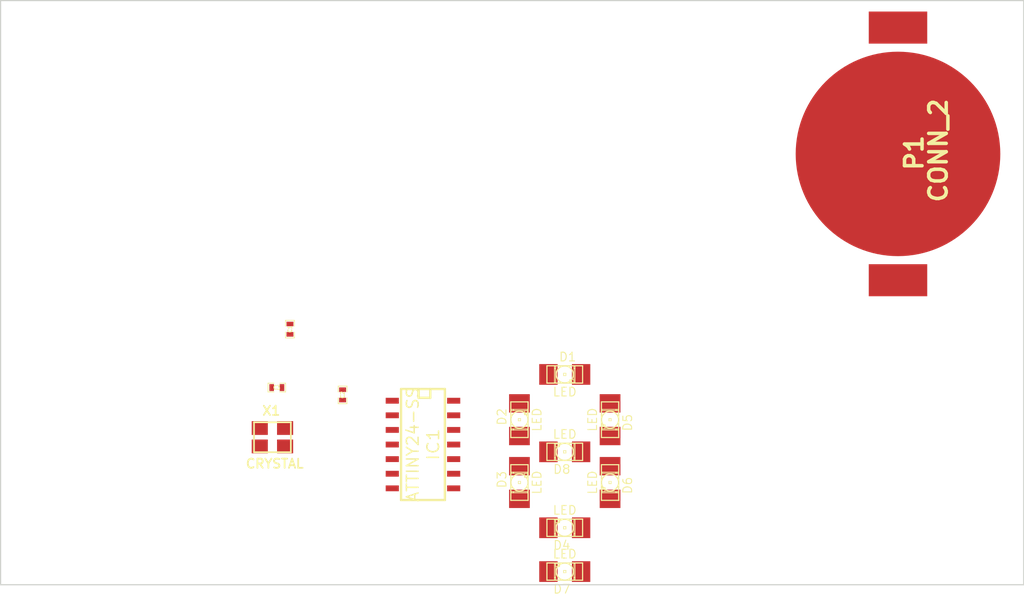
<source format=kicad_pcb>
(kicad_pcb (version 3) (host pcbnew "(2013-07-14 BZR 4242)-stable")

  (general
    (links 27)
    (no_connects 27)
    (area 114.757999 71.069999 203.758001 121.970001)
    (thickness 1.6)
    (drawings 4)
    (tracks 0)
    (zones 0)
    (modules 14)
    (nets 15)
  )

  (page A4)
  (layers
    (15 F.Cu signal)
    (0 B.Cu signal)
    (16 B.Adhes user)
    (17 F.Adhes user)
    (18 B.Paste user)
    (19 F.Paste user)
    (20 B.SilkS user)
    (21 F.SilkS user)
    (22 B.Mask user)
    (23 F.Mask user)
    (24 Dwgs.User user)
    (25 Cmts.User user)
    (26 Eco1.User user)
    (27 Eco2.User user)
    (28 Edge.Cuts user)
  )

  (setup
    (last_trace_width 0.254)
    (trace_clearance 0.254)
    (zone_clearance 0.508)
    (zone_45_only no)
    (trace_min 0.254)
    (segment_width 0.2)
    (edge_width 0.1)
    (via_size 0.889)
    (via_drill 0.635)
    (via_min_size 0.889)
    (via_min_drill 0.508)
    (uvia_size 0.508)
    (uvia_drill 0.127)
    (uvias_allowed no)
    (uvia_min_size 0.508)
    (uvia_min_drill 0.127)
    (pcb_text_width 0.3)
    (pcb_text_size 1.5 1.5)
    (mod_edge_width 0.15)
    (mod_text_size 1 1)
    (mod_text_width 0.15)
    (pad_size 1.5 1.5)
    (pad_drill 0.6)
    (pad_to_mask_clearance 0)
    (aux_axis_origin 0 0)
    (visible_elements FFFFFF7F)
    (pcbplotparams
      (layerselection 3178497)
      (usegerberextensions true)
      (excludeedgelayer true)
      (linewidth 0.150000)
      (plotframeref false)
      (viasonmask false)
      (mode 1)
      (useauxorigin false)
      (hpglpennumber 1)
      (hpglpenspeed 20)
      (hpglpendiameter 15)
      (hpglpenoverlay 2)
      (psnegative false)
      (psa4output false)
      (plotreference true)
      (plotvalue true)
      (plotothertext true)
      (plotinvisibletext false)
      (padsonsilk false)
      (subtractmaskfromsilk false)
      (outputformat 1)
      (mirror false)
      (drillshape 1)
      (scaleselection 1)
      (outputdirectory ""))
  )

  (net 0 "")
  (net 1 BNK0_I)
  (net 2 BNK0_O)
  (net 3 BNK2_I)
  (net 4 BNK2_O)
  (net 5 GND)
  (net 6 N-0000010)
  (net 7 N-0000011)
  (net 8 N-0000012)
  (net 9 N-0000013)
  (net 10 N-0000014)
  (net 11 N-000007)
  (net 12 N-000008)
  (net 13 N-000009)
  (net 14 VCC)

  (net_class Default "This is the default net class."
    (clearance 0.254)
    (trace_width 0.254)
    (via_dia 0.889)
    (via_drill 0.635)
    (uvia_dia 0.508)
    (uvia_drill 0.127)
    (add_net "")
    (add_net BNK0_I)
    (add_net BNK0_O)
    (add_net BNK2_I)
    (add_net BNK2_O)
    (add_net GND)
    (add_net N-0000010)
    (add_net N-0000011)
    (add_net N-0000012)
    (add_net N-0000013)
    (add_net N-0000014)
    (add_net N-000007)
    (add_net N-000008)
    (add_net N-000009)
    (add_net VCC)
  )

  (module SM0402 (layer F.Cu) (tedit 50A4E0BA) (tstamp 523D7CE6)
    (at 139.954 99.695 90)
    (path /523D7056)
    (attr smd)
    (fp_text reference C1 (at 0 0 90) (layer F.SilkS)
      (effects (font (size 0.35052 0.3048) (thickness 0.07112)))
    )
    (fp_text value C (at 0.09906 0 90) (layer F.SilkS) hide
      (effects (font (size 0.35052 0.3048) (thickness 0.07112)))
    )
    (fp_line (start -0.254 -0.381) (end -0.762 -0.381) (layer F.SilkS) (width 0.07112))
    (fp_line (start -0.762 -0.381) (end -0.762 0.381) (layer F.SilkS) (width 0.07112))
    (fp_line (start -0.762 0.381) (end -0.254 0.381) (layer F.SilkS) (width 0.07112))
    (fp_line (start 0.254 -0.381) (end 0.762 -0.381) (layer F.SilkS) (width 0.07112))
    (fp_line (start 0.762 -0.381) (end 0.762 0.381) (layer F.SilkS) (width 0.07112))
    (fp_line (start 0.762 0.381) (end 0.254 0.381) (layer F.SilkS) (width 0.07112))
    (pad 1 smd rect (at -0.44958 0 90) (size 0.39878 0.59944)
      (layers F.Cu F.Paste F.Mask)
      (net 14 VCC)
    )
    (pad 2 smd rect (at 0.44958 0 90) (size 0.39878 0.59944)
      (layers F.Cu F.Paste F.Mask)
      (net 5 GND)
    )
    (model smd\chip_cms.wrl
      (at (xyz 0 0 0.002))
      (scale (xyz 0.05 0.05 0.05))
      (rotate (xyz 0 0 0))
    )
  )

  (module SM0402 (layer F.Cu) (tedit 50A4E0BA) (tstamp 523D7CF2)
    (at 144.526 105.41 270)
    (path /523D6A66)
    (attr smd)
    (fp_text reference C2 (at 0 0 270) (layer F.SilkS)
      (effects (font (size 0.35052 0.3048) (thickness 0.07112)))
    )
    (fp_text value C (at 0.09906 0 270) (layer F.SilkS) hide
      (effects (font (size 0.35052 0.3048) (thickness 0.07112)))
    )
    (fp_line (start -0.254 -0.381) (end -0.762 -0.381) (layer F.SilkS) (width 0.07112))
    (fp_line (start -0.762 -0.381) (end -0.762 0.381) (layer F.SilkS) (width 0.07112))
    (fp_line (start -0.762 0.381) (end -0.254 0.381) (layer F.SilkS) (width 0.07112))
    (fp_line (start 0.254 -0.381) (end 0.762 -0.381) (layer F.SilkS) (width 0.07112))
    (fp_line (start 0.762 -0.381) (end 0.762 0.381) (layer F.SilkS) (width 0.07112))
    (fp_line (start 0.762 0.381) (end 0.254 0.381) (layer F.SilkS) (width 0.07112))
    (pad 1 smd rect (at -0.44958 0 270) (size 0.39878 0.59944)
      (layers F.Cu F.Paste F.Mask)
      (net 10 N-0000014)
    )
    (pad 2 smd rect (at 0.44958 0 270) (size 0.39878 0.59944)
      (layers F.Cu F.Paste F.Mask)
      (net 5 GND)
    )
    (model smd\chip_cms.wrl
      (at (xyz 0 0 0.002))
      (scale (xyz 0.05 0.05 0.05))
      (rotate (xyz 0 0 0))
    )
  )

  (module SM0402 (layer F.Cu) (tedit 50A4E0BA) (tstamp 523D7CFE)
    (at 138.811 104.775)
    (path /523D6A73)
    (attr smd)
    (fp_text reference C3 (at 0 0) (layer F.SilkS)
      (effects (font (size 0.35052 0.3048) (thickness 0.07112)))
    )
    (fp_text value C (at 0.09906 0) (layer F.SilkS) hide
      (effects (font (size 0.35052 0.3048) (thickness 0.07112)))
    )
    (fp_line (start -0.254 -0.381) (end -0.762 -0.381) (layer F.SilkS) (width 0.07112))
    (fp_line (start -0.762 -0.381) (end -0.762 0.381) (layer F.SilkS) (width 0.07112))
    (fp_line (start -0.762 0.381) (end -0.254 0.381) (layer F.SilkS) (width 0.07112))
    (fp_line (start 0.254 -0.381) (end 0.762 -0.381) (layer F.SilkS) (width 0.07112))
    (fp_line (start 0.762 -0.381) (end 0.762 0.381) (layer F.SilkS) (width 0.07112))
    (fp_line (start 0.762 0.381) (end 0.254 0.381) (layer F.SilkS) (width 0.07112))
    (pad 1 smd rect (at -0.44958 0) (size 0.39878 0.59944)
      (layers F.Cu F.Paste F.Mask)
      (net 11 N-000007)
    )
    (pad 2 smd rect (at 0.44958 0) (size 0.39878 0.59944)
      (layers F.Cu F.Paste F.Mask)
      (net 5 GND)
    )
    (model smd\chip_cms.wrl
      (at (xyz 0 0 0.002))
      (scale (xyz 0.05 0.05 0.05))
      (rotate (xyz 0 0 0))
    )
  )

  (module LED-1206 (layer F.Cu) (tedit 49BFA1FF) (tstamp 523D7D28)
    (at 163.83 103.632)
    (descr "LED 1206 smd package")
    (tags "LED1206 SMD")
    (path /523D6696)
    (attr smd)
    (fp_text reference D1 (at 0.254 -1.524) (layer F.SilkS)
      (effects (font (size 0.762 0.762) (thickness 0.0889)))
    )
    (fp_text value LED (at 0 1.524) (layer F.SilkS)
      (effects (font (size 0.762 0.762) (thickness 0.0889)))
    )
    (fp_line (start -0.09906 0.09906) (end 0.09906 0.09906) (layer F.SilkS) (width 0.06604))
    (fp_line (start 0.09906 0.09906) (end 0.09906 -0.09906) (layer F.SilkS) (width 0.06604))
    (fp_line (start -0.09906 -0.09906) (end 0.09906 -0.09906) (layer F.SilkS) (width 0.06604))
    (fp_line (start -0.09906 0.09906) (end -0.09906 -0.09906) (layer F.SilkS) (width 0.06604))
    (fp_line (start 0.44958 0.6985) (end 0.79756 0.6985) (layer F.SilkS) (width 0.06604))
    (fp_line (start 0.79756 0.6985) (end 0.79756 0.44958) (layer F.SilkS) (width 0.06604))
    (fp_line (start 0.44958 0.44958) (end 0.79756 0.44958) (layer F.SilkS) (width 0.06604))
    (fp_line (start 0.44958 0.6985) (end 0.44958 0.44958) (layer F.SilkS) (width 0.06604))
    (fp_line (start 0.79756 0.6985) (end 0.89916 0.6985) (layer F.SilkS) (width 0.06604))
    (fp_line (start 0.89916 0.6985) (end 0.89916 -0.49784) (layer F.SilkS) (width 0.06604))
    (fp_line (start 0.79756 -0.49784) (end 0.89916 -0.49784) (layer F.SilkS) (width 0.06604))
    (fp_line (start 0.79756 0.6985) (end 0.79756 -0.49784) (layer F.SilkS) (width 0.06604))
    (fp_line (start 0.79756 -0.54864) (end 0.89916 -0.54864) (layer F.SilkS) (width 0.06604))
    (fp_line (start 0.89916 -0.54864) (end 0.89916 -0.6985) (layer F.SilkS) (width 0.06604))
    (fp_line (start 0.79756 -0.6985) (end 0.89916 -0.6985) (layer F.SilkS) (width 0.06604))
    (fp_line (start 0.79756 -0.54864) (end 0.79756 -0.6985) (layer F.SilkS) (width 0.06604))
    (fp_line (start -0.89916 0.6985) (end -0.79756 0.6985) (layer F.SilkS) (width 0.06604))
    (fp_line (start -0.79756 0.6985) (end -0.79756 -0.49784) (layer F.SilkS) (width 0.06604))
    (fp_line (start -0.89916 -0.49784) (end -0.79756 -0.49784) (layer F.SilkS) (width 0.06604))
    (fp_line (start -0.89916 0.6985) (end -0.89916 -0.49784) (layer F.SilkS) (width 0.06604))
    (fp_line (start -0.89916 -0.54864) (end -0.79756 -0.54864) (layer F.SilkS) (width 0.06604))
    (fp_line (start -0.79756 -0.54864) (end -0.79756 -0.6985) (layer F.SilkS) (width 0.06604))
    (fp_line (start -0.89916 -0.6985) (end -0.79756 -0.6985) (layer F.SilkS) (width 0.06604))
    (fp_line (start -0.89916 -0.54864) (end -0.89916 -0.6985) (layer F.SilkS) (width 0.06604))
    (fp_line (start 0.44958 0.6985) (end 0.59944 0.6985) (layer F.SilkS) (width 0.06604))
    (fp_line (start 0.59944 0.6985) (end 0.59944 0.44958) (layer F.SilkS) (width 0.06604))
    (fp_line (start 0.44958 0.44958) (end 0.59944 0.44958) (layer F.SilkS) (width 0.06604))
    (fp_line (start 0.44958 0.6985) (end 0.44958 0.44958) (layer F.SilkS) (width 0.06604))
    (fp_line (start 1.5494 0.7493) (end -1.5494 0.7493) (layer F.SilkS) (width 0.1016))
    (fp_line (start -1.5494 0.7493) (end -1.5494 -0.7493) (layer F.SilkS) (width 0.1016))
    (fp_line (start -1.5494 -0.7493) (end 1.5494 -0.7493) (layer F.SilkS) (width 0.1016))
    (fp_line (start 1.5494 -0.7493) (end 1.5494 0.7493) (layer F.SilkS) (width 0.1016))
    (fp_arc (start 0 0) (end 0.54864 0.49784) (angle 95.4) (layer F.SilkS) (width 0.1016))
    (fp_arc (start 0 0) (end -0.54864 0.49784) (angle 84.5) (layer F.SilkS) (width 0.1016))
    (fp_arc (start 0 0) (end -0.54864 -0.49784) (angle 95.4) (layer F.SilkS) (width 0.1016))
    (fp_arc (start 0 0) (end 0.54864 -0.49784) (angle 84.5) (layer F.SilkS) (width 0.1016))
    (pad 1 smd rect (at -1.41986 0) (size 1.59766 1.80086)
      (layers F.Cu F.Paste F.Mask)
      (net 1 BNK0_I)
    )
    (pad 2 smd rect (at 1.41986 0) (size 1.59766 1.80086)
      (layers F.Cu F.Paste F.Mask)
      (net 2 BNK0_O)
    )
  )

  (module LED-1206 (layer F.Cu) (tedit 49BFA1FF) (tstamp 523D7D52)
    (at 159.893 107.569 90)
    (descr "LED 1206 smd package")
    (tags "LED1206 SMD")
    (path /523D66C2)
    (attr smd)
    (fp_text reference D2 (at 0.254 -1.524 90) (layer F.SilkS)
      (effects (font (size 0.762 0.762) (thickness 0.0889)))
    )
    (fp_text value LED (at 0 1.524 90) (layer F.SilkS)
      (effects (font (size 0.762 0.762) (thickness 0.0889)))
    )
    (fp_line (start -0.09906 0.09906) (end 0.09906 0.09906) (layer F.SilkS) (width 0.06604))
    (fp_line (start 0.09906 0.09906) (end 0.09906 -0.09906) (layer F.SilkS) (width 0.06604))
    (fp_line (start -0.09906 -0.09906) (end 0.09906 -0.09906) (layer F.SilkS) (width 0.06604))
    (fp_line (start -0.09906 0.09906) (end -0.09906 -0.09906) (layer F.SilkS) (width 0.06604))
    (fp_line (start 0.44958 0.6985) (end 0.79756 0.6985) (layer F.SilkS) (width 0.06604))
    (fp_line (start 0.79756 0.6985) (end 0.79756 0.44958) (layer F.SilkS) (width 0.06604))
    (fp_line (start 0.44958 0.44958) (end 0.79756 0.44958) (layer F.SilkS) (width 0.06604))
    (fp_line (start 0.44958 0.6985) (end 0.44958 0.44958) (layer F.SilkS) (width 0.06604))
    (fp_line (start 0.79756 0.6985) (end 0.89916 0.6985) (layer F.SilkS) (width 0.06604))
    (fp_line (start 0.89916 0.6985) (end 0.89916 -0.49784) (layer F.SilkS) (width 0.06604))
    (fp_line (start 0.79756 -0.49784) (end 0.89916 -0.49784) (layer F.SilkS) (width 0.06604))
    (fp_line (start 0.79756 0.6985) (end 0.79756 -0.49784) (layer F.SilkS) (width 0.06604))
    (fp_line (start 0.79756 -0.54864) (end 0.89916 -0.54864) (layer F.SilkS) (width 0.06604))
    (fp_line (start 0.89916 -0.54864) (end 0.89916 -0.6985) (layer F.SilkS) (width 0.06604))
    (fp_line (start 0.79756 -0.6985) (end 0.89916 -0.6985) (layer F.SilkS) (width 0.06604))
    (fp_line (start 0.79756 -0.54864) (end 0.79756 -0.6985) (layer F.SilkS) (width 0.06604))
    (fp_line (start -0.89916 0.6985) (end -0.79756 0.6985) (layer F.SilkS) (width 0.06604))
    (fp_line (start -0.79756 0.6985) (end -0.79756 -0.49784) (layer F.SilkS) (width 0.06604))
    (fp_line (start -0.89916 -0.49784) (end -0.79756 -0.49784) (layer F.SilkS) (width 0.06604))
    (fp_line (start -0.89916 0.6985) (end -0.89916 -0.49784) (layer F.SilkS) (width 0.06604))
    (fp_line (start -0.89916 -0.54864) (end -0.79756 -0.54864) (layer F.SilkS) (width 0.06604))
    (fp_line (start -0.79756 -0.54864) (end -0.79756 -0.6985) (layer F.SilkS) (width 0.06604))
    (fp_line (start -0.89916 -0.6985) (end -0.79756 -0.6985) (layer F.SilkS) (width 0.06604))
    (fp_line (start -0.89916 -0.54864) (end -0.89916 -0.6985) (layer F.SilkS) (width 0.06604))
    (fp_line (start 0.44958 0.6985) (end 0.59944 0.6985) (layer F.SilkS) (width 0.06604))
    (fp_line (start 0.59944 0.6985) (end 0.59944 0.44958) (layer F.SilkS) (width 0.06604))
    (fp_line (start 0.44958 0.44958) (end 0.59944 0.44958) (layer F.SilkS) (width 0.06604))
    (fp_line (start 0.44958 0.6985) (end 0.44958 0.44958) (layer F.SilkS) (width 0.06604))
    (fp_line (start 1.5494 0.7493) (end -1.5494 0.7493) (layer F.SilkS) (width 0.1016))
    (fp_line (start -1.5494 0.7493) (end -1.5494 -0.7493) (layer F.SilkS) (width 0.1016))
    (fp_line (start -1.5494 -0.7493) (end 1.5494 -0.7493) (layer F.SilkS) (width 0.1016))
    (fp_line (start 1.5494 -0.7493) (end 1.5494 0.7493) (layer F.SilkS) (width 0.1016))
    (fp_arc (start 0 0) (end 0.54864 0.49784) (angle 95.4) (layer F.SilkS) (width 0.1016))
    (fp_arc (start 0 0) (end -0.54864 0.49784) (angle 84.5) (layer F.SilkS) (width 0.1016))
    (fp_arc (start 0 0) (end -0.54864 -0.49784) (angle 95.4) (layer F.SilkS) (width 0.1016))
    (fp_arc (start 0 0) (end 0.54864 -0.49784) (angle 84.5) (layer F.SilkS) (width 0.1016))
    (pad 1 smd rect (at -1.41986 0 90) (size 1.59766 1.80086)
      (layers F.Cu F.Paste F.Mask)
      (net 2 BNK0_O)
    )
    (pad 2 smd rect (at 1.41986 0 90) (size 1.59766 1.80086)
      (layers F.Cu F.Paste F.Mask)
      (net 1 BNK0_I)
    )
  )

  (module LED-1206 (layer F.Cu) (tedit 49BFA1FF) (tstamp 523D7D7C)
    (at 159.893 113.03 90)
    (descr "LED 1206 smd package")
    (tags "LED1206 SMD")
    (path /523D66CE)
    (attr smd)
    (fp_text reference D3 (at 0.254 -1.524 90) (layer F.SilkS)
      (effects (font (size 0.762 0.762) (thickness 0.0889)))
    )
    (fp_text value LED (at 0 1.524 90) (layer F.SilkS)
      (effects (font (size 0.762 0.762) (thickness 0.0889)))
    )
    (fp_line (start -0.09906 0.09906) (end 0.09906 0.09906) (layer F.SilkS) (width 0.06604))
    (fp_line (start 0.09906 0.09906) (end 0.09906 -0.09906) (layer F.SilkS) (width 0.06604))
    (fp_line (start -0.09906 -0.09906) (end 0.09906 -0.09906) (layer F.SilkS) (width 0.06604))
    (fp_line (start -0.09906 0.09906) (end -0.09906 -0.09906) (layer F.SilkS) (width 0.06604))
    (fp_line (start 0.44958 0.6985) (end 0.79756 0.6985) (layer F.SilkS) (width 0.06604))
    (fp_line (start 0.79756 0.6985) (end 0.79756 0.44958) (layer F.SilkS) (width 0.06604))
    (fp_line (start 0.44958 0.44958) (end 0.79756 0.44958) (layer F.SilkS) (width 0.06604))
    (fp_line (start 0.44958 0.6985) (end 0.44958 0.44958) (layer F.SilkS) (width 0.06604))
    (fp_line (start 0.79756 0.6985) (end 0.89916 0.6985) (layer F.SilkS) (width 0.06604))
    (fp_line (start 0.89916 0.6985) (end 0.89916 -0.49784) (layer F.SilkS) (width 0.06604))
    (fp_line (start 0.79756 -0.49784) (end 0.89916 -0.49784) (layer F.SilkS) (width 0.06604))
    (fp_line (start 0.79756 0.6985) (end 0.79756 -0.49784) (layer F.SilkS) (width 0.06604))
    (fp_line (start 0.79756 -0.54864) (end 0.89916 -0.54864) (layer F.SilkS) (width 0.06604))
    (fp_line (start 0.89916 -0.54864) (end 0.89916 -0.6985) (layer F.SilkS) (width 0.06604))
    (fp_line (start 0.79756 -0.6985) (end 0.89916 -0.6985) (layer F.SilkS) (width 0.06604))
    (fp_line (start 0.79756 -0.54864) (end 0.79756 -0.6985) (layer F.SilkS) (width 0.06604))
    (fp_line (start -0.89916 0.6985) (end -0.79756 0.6985) (layer F.SilkS) (width 0.06604))
    (fp_line (start -0.79756 0.6985) (end -0.79756 -0.49784) (layer F.SilkS) (width 0.06604))
    (fp_line (start -0.89916 -0.49784) (end -0.79756 -0.49784) (layer F.SilkS) (width 0.06604))
    (fp_line (start -0.89916 0.6985) (end -0.89916 -0.49784) (layer F.SilkS) (width 0.06604))
    (fp_line (start -0.89916 -0.54864) (end -0.79756 -0.54864) (layer F.SilkS) (width 0.06604))
    (fp_line (start -0.79756 -0.54864) (end -0.79756 -0.6985) (layer F.SilkS) (width 0.06604))
    (fp_line (start -0.89916 -0.6985) (end -0.79756 -0.6985) (layer F.SilkS) (width 0.06604))
    (fp_line (start -0.89916 -0.54864) (end -0.89916 -0.6985) (layer F.SilkS) (width 0.06604))
    (fp_line (start 0.44958 0.6985) (end 0.59944 0.6985) (layer F.SilkS) (width 0.06604))
    (fp_line (start 0.59944 0.6985) (end 0.59944 0.44958) (layer F.SilkS) (width 0.06604))
    (fp_line (start 0.44958 0.44958) (end 0.59944 0.44958) (layer F.SilkS) (width 0.06604))
    (fp_line (start 0.44958 0.6985) (end 0.44958 0.44958) (layer F.SilkS) (width 0.06604))
    (fp_line (start 1.5494 0.7493) (end -1.5494 0.7493) (layer F.SilkS) (width 0.1016))
    (fp_line (start -1.5494 0.7493) (end -1.5494 -0.7493) (layer F.SilkS) (width 0.1016))
    (fp_line (start -1.5494 -0.7493) (end 1.5494 -0.7493) (layer F.SilkS) (width 0.1016))
    (fp_line (start 1.5494 -0.7493) (end 1.5494 0.7493) (layer F.SilkS) (width 0.1016))
    (fp_arc (start 0 0) (end 0.54864 0.49784) (angle 95.4) (layer F.SilkS) (width 0.1016))
    (fp_arc (start 0 0) (end -0.54864 0.49784) (angle 84.5) (layer F.SilkS) (width 0.1016))
    (fp_arc (start 0 0) (end -0.54864 -0.49784) (angle 95.4) (layer F.SilkS) (width 0.1016))
    (fp_arc (start 0 0) (end 0.54864 -0.49784) (angle 84.5) (layer F.SilkS) (width 0.1016))
    (pad 1 smd rect (at -1.41986 0 90) (size 1.59766 1.80086)
      (layers F.Cu F.Paste F.Mask)
      (net 1 BNK0_I)
    )
    (pad 2 smd rect (at 1.41986 0 90) (size 1.59766 1.80086)
      (layers F.Cu F.Paste F.Mask)
      (net 2 BNK0_O)
    )
  )

  (module LED-1206 (layer F.Cu) (tedit 49BFA1FF) (tstamp 523D7DA6)
    (at 163.83 116.967 180)
    (descr "LED 1206 smd package")
    (tags "LED1206 SMD")
    (path /523D6716)
    (attr smd)
    (fp_text reference D4 (at 0.254 -1.524 180) (layer F.SilkS)
      (effects (font (size 0.762 0.762) (thickness 0.0889)))
    )
    (fp_text value LED (at 0 1.524 180) (layer F.SilkS)
      (effects (font (size 0.762 0.762) (thickness 0.0889)))
    )
    (fp_line (start -0.09906 0.09906) (end 0.09906 0.09906) (layer F.SilkS) (width 0.06604))
    (fp_line (start 0.09906 0.09906) (end 0.09906 -0.09906) (layer F.SilkS) (width 0.06604))
    (fp_line (start -0.09906 -0.09906) (end 0.09906 -0.09906) (layer F.SilkS) (width 0.06604))
    (fp_line (start -0.09906 0.09906) (end -0.09906 -0.09906) (layer F.SilkS) (width 0.06604))
    (fp_line (start 0.44958 0.6985) (end 0.79756 0.6985) (layer F.SilkS) (width 0.06604))
    (fp_line (start 0.79756 0.6985) (end 0.79756 0.44958) (layer F.SilkS) (width 0.06604))
    (fp_line (start 0.44958 0.44958) (end 0.79756 0.44958) (layer F.SilkS) (width 0.06604))
    (fp_line (start 0.44958 0.6985) (end 0.44958 0.44958) (layer F.SilkS) (width 0.06604))
    (fp_line (start 0.79756 0.6985) (end 0.89916 0.6985) (layer F.SilkS) (width 0.06604))
    (fp_line (start 0.89916 0.6985) (end 0.89916 -0.49784) (layer F.SilkS) (width 0.06604))
    (fp_line (start 0.79756 -0.49784) (end 0.89916 -0.49784) (layer F.SilkS) (width 0.06604))
    (fp_line (start 0.79756 0.6985) (end 0.79756 -0.49784) (layer F.SilkS) (width 0.06604))
    (fp_line (start 0.79756 -0.54864) (end 0.89916 -0.54864) (layer F.SilkS) (width 0.06604))
    (fp_line (start 0.89916 -0.54864) (end 0.89916 -0.6985) (layer F.SilkS) (width 0.06604))
    (fp_line (start 0.79756 -0.6985) (end 0.89916 -0.6985) (layer F.SilkS) (width 0.06604))
    (fp_line (start 0.79756 -0.54864) (end 0.79756 -0.6985) (layer F.SilkS) (width 0.06604))
    (fp_line (start -0.89916 0.6985) (end -0.79756 0.6985) (layer F.SilkS) (width 0.06604))
    (fp_line (start -0.79756 0.6985) (end -0.79756 -0.49784) (layer F.SilkS) (width 0.06604))
    (fp_line (start -0.89916 -0.49784) (end -0.79756 -0.49784) (layer F.SilkS) (width 0.06604))
    (fp_line (start -0.89916 0.6985) (end -0.89916 -0.49784) (layer F.SilkS) (width 0.06604))
    (fp_line (start -0.89916 -0.54864) (end -0.79756 -0.54864) (layer F.SilkS) (width 0.06604))
    (fp_line (start -0.79756 -0.54864) (end -0.79756 -0.6985) (layer F.SilkS) (width 0.06604))
    (fp_line (start -0.89916 -0.6985) (end -0.79756 -0.6985) (layer F.SilkS) (width 0.06604))
    (fp_line (start -0.89916 -0.54864) (end -0.89916 -0.6985) (layer F.SilkS) (width 0.06604))
    (fp_line (start 0.44958 0.6985) (end 0.59944 0.6985) (layer F.SilkS) (width 0.06604))
    (fp_line (start 0.59944 0.6985) (end 0.59944 0.44958) (layer F.SilkS) (width 0.06604))
    (fp_line (start 0.44958 0.44958) (end 0.59944 0.44958) (layer F.SilkS) (width 0.06604))
    (fp_line (start 0.44958 0.6985) (end 0.44958 0.44958) (layer F.SilkS) (width 0.06604))
    (fp_line (start 1.5494 0.7493) (end -1.5494 0.7493) (layer F.SilkS) (width 0.1016))
    (fp_line (start -1.5494 0.7493) (end -1.5494 -0.7493) (layer F.SilkS) (width 0.1016))
    (fp_line (start -1.5494 -0.7493) (end 1.5494 -0.7493) (layer F.SilkS) (width 0.1016))
    (fp_line (start 1.5494 -0.7493) (end 1.5494 0.7493) (layer F.SilkS) (width 0.1016))
    (fp_arc (start 0 0) (end 0.54864 0.49784) (angle 95.4) (layer F.SilkS) (width 0.1016))
    (fp_arc (start 0 0) (end -0.54864 0.49784) (angle 84.5) (layer F.SilkS) (width 0.1016))
    (fp_arc (start 0 0) (end -0.54864 -0.49784) (angle 95.4) (layer F.SilkS) (width 0.1016))
    (fp_arc (start 0 0) (end 0.54864 -0.49784) (angle 84.5) (layer F.SilkS) (width 0.1016))
    (pad 1 smd rect (at -1.41986 0 180) (size 1.59766 1.80086)
      (layers F.Cu F.Paste F.Mask)
      (net 2 BNK0_O)
    )
    (pad 2 smd rect (at 1.41986 0 180) (size 1.59766 1.80086)
      (layers F.Cu F.Paste F.Mask)
      (net 1 BNK0_I)
    )
  )

  (module LED-1206 (layer F.Cu) (tedit 49BFA1FF) (tstamp 523D7DD0)
    (at 167.767 107.569 270)
    (descr "LED 1206 smd package")
    (tags "LED1206 SMD")
    (path /523D66C8)
    (attr smd)
    (fp_text reference D5 (at 0.254 -1.524 270) (layer F.SilkS)
      (effects (font (size 0.762 0.762) (thickness 0.0889)))
    )
    (fp_text value LED (at 0 1.524 270) (layer F.SilkS)
      (effects (font (size 0.762 0.762) (thickness 0.0889)))
    )
    (fp_line (start -0.09906 0.09906) (end 0.09906 0.09906) (layer F.SilkS) (width 0.06604))
    (fp_line (start 0.09906 0.09906) (end 0.09906 -0.09906) (layer F.SilkS) (width 0.06604))
    (fp_line (start -0.09906 -0.09906) (end 0.09906 -0.09906) (layer F.SilkS) (width 0.06604))
    (fp_line (start -0.09906 0.09906) (end -0.09906 -0.09906) (layer F.SilkS) (width 0.06604))
    (fp_line (start 0.44958 0.6985) (end 0.79756 0.6985) (layer F.SilkS) (width 0.06604))
    (fp_line (start 0.79756 0.6985) (end 0.79756 0.44958) (layer F.SilkS) (width 0.06604))
    (fp_line (start 0.44958 0.44958) (end 0.79756 0.44958) (layer F.SilkS) (width 0.06604))
    (fp_line (start 0.44958 0.6985) (end 0.44958 0.44958) (layer F.SilkS) (width 0.06604))
    (fp_line (start 0.79756 0.6985) (end 0.89916 0.6985) (layer F.SilkS) (width 0.06604))
    (fp_line (start 0.89916 0.6985) (end 0.89916 -0.49784) (layer F.SilkS) (width 0.06604))
    (fp_line (start 0.79756 -0.49784) (end 0.89916 -0.49784) (layer F.SilkS) (width 0.06604))
    (fp_line (start 0.79756 0.6985) (end 0.79756 -0.49784) (layer F.SilkS) (width 0.06604))
    (fp_line (start 0.79756 -0.54864) (end 0.89916 -0.54864) (layer F.SilkS) (width 0.06604))
    (fp_line (start 0.89916 -0.54864) (end 0.89916 -0.6985) (layer F.SilkS) (width 0.06604))
    (fp_line (start 0.79756 -0.6985) (end 0.89916 -0.6985) (layer F.SilkS) (width 0.06604))
    (fp_line (start 0.79756 -0.54864) (end 0.79756 -0.6985) (layer F.SilkS) (width 0.06604))
    (fp_line (start -0.89916 0.6985) (end -0.79756 0.6985) (layer F.SilkS) (width 0.06604))
    (fp_line (start -0.79756 0.6985) (end -0.79756 -0.49784) (layer F.SilkS) (width 0.06604))
    (fp_line (start -0.89916 -0.49784) (end -0.79756 -0.49784) (layer F.SilkS) (width 0.06604))
    (fp_line (start -0.89916 0.6985) (end -0.89916 -0.49784) (layer F.SilkS) (width 0.06604))
    (fp_line (start -0.89916 -0.54864) (end -0.79756 -0.54864) (layer F.SilkS) (width 0.06604))
    (fp_line (start -0.79756 -0.54864) (end -0.79756 -0.6985) (layer F.SilkS) (width 0.06604))
    (fp_line (start -0.89916 -0.6985) (end -0.79756 -0.6985) (layer F.SilkS) (width 0.06604))
    (fp_line (start -0.89916 -0.54864) (end -0.89916 -0.6985) (layer F.SilkS) (width 0.06604))
    (fp_line (start 0.44958 0.6985) (end 0.59944 0.6985) (layer F.SilkS) (width 0.06604))
    (fp_line (start 0.59944 0.6985) (end 0.59944 0.44958) (layer F.SilkS) (width 0.06604))
    (fp_line (start 0.44958 0.44958) (end 0.59944 0.44958) (layer F.SilkS) (width 0.06604))
    (fp_line (start 0.44958 0.6985) (end 0.44958 0.44958) (layer F.SilkS) (width 0.06604))
    (fp_line (start 1.5494 0.7493) (end -1.5494 0.7493) (layer F.SilkS) (width 0.1016))
    (fp_line (start -1.5494 0.7493) (end -1.5494 -0.7493) (layer F.SilkS) (width 0.1016))
    (fp_line (start -1.5494 -0.7493) (end 1.5494 -0.7493) (layer F.SilkS) (width 0.1016))
    (fp_line (start 1.5494 -0.7493) (end 1.5494 0.7493) (layer F.SilkS) (width 0.1016))
    (fp_arc (start 0 0) (end 0.54864 0.49784) (angle 95.4) (layer F.SilkS) (width 0.1016))
    (fp_arc (start 0 0) (end -0.54864 0.49784) (angle 84.5) (layer F.SilkS) (width 0.1016))
    (fp_arc (start 0 0) (end -0.54864 -0.49784) (angle 95.4) (layer F.SilkS) (width 0.1016))
    (fp_arc (start 0 0) (end 0.54864 -0.49784) (angle 84.5) (layer F.SilkS) (width 0.1016))
    (pad 1 smd rect (at -1.41986 0 270) (size 1.59766 1.80086)
      (layers F.Cu F.Paste F.Mask)
      (net 3 BNK2_I)
    )
    (pad 2 smd rect (at 1.41986 0 270) (size 1.59766 1.80086)
      (layers F.Cu F.Paste F.Mask)
      (net 4 BNK2_O)
    )
  )

  (module LED-1206 (layer F.Cu) (tedit 49BFA1FF) (tstamp 523D7DFA)
    (at 167.767 113.03 270)
    (descr "LED 1206 smd package")
    (tags "LED1206 SMD")
    (path /523D66B2)
    (attr smd)
    (fp_text reference D6 (at 0.254 -1.524 270) (layer F.SilkS)
      (effects (font (size 0.762 0.762) (thickness 0.0889)))
    )
    (fp_text value LED (at 0 1.524 270) (layer F.SilkS)
      (effects (font (size 0.762 0.762) (thickness 0.0889)))
    )
    (fp_line (start -0.09906 0.09906) (end 0.09906 0.09906) (layer F.SilkS) (width 0.06604))
    (fp_line (start 0.09906 0.09906) (end 0.09906 -0.09906) (layer F.SilkS) (width 0.06604))
    (fp_line (start -0.09906 -0.09906) (end 0.09906 -0.09906) (layer F.SilkS) (width 0.06604))
    (fp_line (start -0.09906 0.09906) (end -0.09906 -0.09906) (layer F.SilkS) (width 0.06604))
    (fp_line (start 0.44958 0.6985) (end 0.79756 0.6985) (layer F.SilkS) (width 0.06604))
    (fp_line (start 0.79756 0.6985) (end 0.79756 0.44958) (layer F.SilkS) (width 0.06604))
    (fp_line (start 0.44958 0.44958) (end 0.79756 0.44958) (layer F.SilkS) (width 0.06604))
    (fp_line (start 0.44958 0.6985) (end 0.44958 0.44958) (layer F.SilkS) (width 0.06604))
    (fp_line (start 0.79756 0.6985) (end 0.89916 0.6985) (layer F.SilkS) (width 0.06604))
    (fp_line (start 0.89916 0.6985) (end 0.89916 -0.49784) (layer F.SilkS) (width 0.06604))
    (fp_line (start 0.79756 -0.49784) (end 0.89916 -0.49784) (layer F.SilkS) (width 0.06604))
    (fp_line (start 0.79756 0.6985) (end 0.79756 -0.49784) (layer F.SilkS) (width 0.06604))
    (fp_line (start 0.79756 -0.54864) (end 0.89916 -0.54864) (layer F.SilkS) (width 0.06604))
    (fp_line (start 0.89916 -0.54864) (end 0.89916 -0.6985) (layer F.SilkS) (width 0.06604))
    (fp_line (start 0.79756 -0.6985) (end 0.89916 -0.6985) (layer F.SilkS) (width 0.06604))
    (fp_line (start 0.79756 -0.54864) (end 0.79756 -0.6985) (layer F.SilkS) (width 0.06604))
    (fp_line (start -0.89916 0.6985) (end -0.79756 0.6985) (layer F.SilkS) (width 0.06604))
    (fp_line (start -0.79756 0.6985) (end -0.79756 -0.49784) (layer F.SilkS) (width 0.06604))
    (fp_line (start -0.89916 -0.49784) (end -0.79756 -0.49784) (layer F.SilkS) (width 0.06604))
    (fp_line (start -0.89916 0.6985) (end -0.89916 -0.49784) (layer F.SilkS) (width 0.06604))
    (fp_line (start -0.89916 -0.54864) (end -0.79756 -0.54864) (layer F.SilkS) (width 0.06604))
    (fp_line (start -0.79756 -0.54864) (end -0.79756 -0.6985) (layer F.SilkS) (width 0.06604))
    (fp_line (start -0.89916 -0.6985) (end -0.79756 -0.6985) (layer F.SilkS) (width 0.06604))
    (fp_line (start -0.89916 -0.54864) (end -0.89916 -0.6985) (layer F.SilkS) (width 0.06604))
    (fp_line (start 0.44958 0.6985) (end 0.59944 0.6985) (layer F.SilkS) (width 0.06604))
    (fp_line (start 0.59944 0.6985) (end 0.59944 0.44958) (layer F.SilkS) (width 0.06604))
    (fp_line (start 0.44958 0.44958) (end 0.59944 0.44958) (layer F.SilkS) (width 0.06604))
    (fp_line (start 0.44958 0.6985) (end 0.44958 0.44958) (layer F.SilkS) (width 0.06604))
    (fp_line (start 1.5494 0.7493) (end -1.5494 0.7493) (layer F.SilkS) (width 0.1016))
    (fp_line (start -1.5494 0.7493) (end -1.5494 -0.7493) (layer F.SilkS) (width 0.1016))
    (fp_line (start -1.5494 -0.7493) (end 1.5494 -0.7493) (layer F.SilkS) (width 0.1016))
    (fp_line (start 1.5494 -0.7493) (end 1.5494 0.7493) (layer F.SilkS) (width 0.1016))
    (fp_arc (start 0 0) (end 0.54864 0.49784) (angle 95.4) (layer F.SilkS) (width 0.1016))
    (fp_arc (start 0 0) (end -0.54864 0.49784) (angle 84.5) (layer F.SilkS) (width 0.1016))
    (fp_arc (start 0 0) (end -0.54864 -0.49784) (angle 95.4) (layer F.SilkS) (width 0.1016))
    (fp_arc (start 0 0) (end 0.54864 -0.49784) (angle 84.5) (layer F.SilkS) (width 0.1016))
    (pad 1 smd rect (at -1.41986 0 270) (size 1.59766 1.80086)
      (layers F.Cu F.Paste F.Mask)
      (net 4 BNK2_O)
    )
    (pad 2 smd rect (at 1.41986 0 270) (size 1.59766 1.80086)
      (layers F.Cu F.Paste F.Mask)
      (net 3 BNK2_I)
    )
  )

  (module LED-1206 (layer F.Cu) (tedit 49BFA1FF) (tstamp 523D7E24)
    (at 163.83 120.777 180)
    (descr "LED 1206 smd package")
    (tags "LED1206 SMD")
    (path /523D66A5)
    (attr smd)
    (fp_text reference D7 (at 0.254 -1.524 180) (layer F.SilkS)
      (effects (font (size 0.762 0.762) (thickness 0.0889)))
    )
    (fp_text value LED (at 0 1.524 180) (layer F.SilkS)
      (effects (font (size 0.762 0.762) (thickness 0.0889)))
    )
    (fp_line (start -0.09906 0.09906) (end 0.09906 0.09906) (layer F.SilkS) (width 0.06604))
    (fp_line (start 0.09906 0.09906) (end 0.09906 -0.09906) (layer F.SilkS) (width 0.06604))
    (fp_line (start -0.09906 -0.09906) (end 0.09906 -0.09906) (layer F.SilkS) (width 0.06604))
    (fp_line (start -0.09906 0.09906) (end -0.09906 -0.09906) (layer F.SilkS) (width 0.06604))
    (fp_line (start 0.44958 0.6985) (end 0.79756 0.6985) (layer F.SilkS) (width 0.06604))
    (fp_line (start 0.79756 0.6985) (end 0.79756 0.44958) (layer F.SilkS) (width 0.06604))
    (fp_line (start 0.44958 0.44958) (end 0.79756 0.44958) (layer F.SilkS) (width 0.06604))
    (fp_line (start 0.44958 0.6985) (end 0.44958 0.44958) (layer F.SilkS) (width 0.06604))
    (fp_line (start 0.79756 0.6985) (end 0.89916 0.6985) (layer F.SilkS) (width 0.06604))
    (fp_line (start 0.89916 0.6985) (end 0.89916 -0.49784) (layer F.SilkS) (width 0.06604))
    (fp_line (start 0.79756 -0.49784) (end 0.89916 -0.49784) (layer F.SilkS) (width 0.06604))
    (fp_line (start 0.79756 0.6985) (end 0.79756 -0.49784) (layer F.SilkS) (width 0.06604))
    (fp_line (start 0.79756 -0.54864) (end 0.89916 -0.54864) (layer F.SilkS) (width 0.06604))
    (fp_line (start 0.89916 -0.54864) (end 0.89916 -0.6985) (layer F.SilkS) (width 0.06604))
    (fp_line (start 0.79756 -0.6985) (end 0.89916 -0.6985) (layer F.SilkS) (width 0.06604))
    (fp_line (start 0.79756 -0.54864) (end 0.79756 -0.6985) (layer F.SilkS) (width 0.06604))
    (fp_line (start -0.89916 0.6985) (end -0.79756 0.6985) (layer F.SilkS) (width 0.06604))
    (fp_line (start -0.79756 0.6985) (end -0.79756 -0.49784) (layer F.SilkS) (width 0.06604))
    (fp_line (start -0.89916 -0.49784) (end -0.79756 -0.49784) (layer F.SilkS) (width 0.06604))
    (fp_line (start -0.89916 0.6985) (end -0.89916 -0.49784) (layer F.SilkS) (width 0.06604))
    (fp_line (start -0.89916 -0.54864) (end -0.79756 -0.54864) (layer F.SilkS) (width 0.06604))
    (fp_line (start -0.79756 -0.54864) (end -0.79756 -0.6985) (layer F.SilkS) (width 0.06604))
    (fp_line (start -0.89916 -0.6985) (end -0.79756 -0.6985) (layer F.SilkS) (width 0.06604))
    (fp_line (start -0.89916 -0.54864) (end -0.89916 -0.6985) (layer F.SilkS) (width 0.06604))
    (fp_line (start 0.44958 0.6985) (end 0.59944 0.6985) (layer F.SilkS) (width 0.06604))
    (fp_line (start 0.59944 0.6985) (end 0.59944 0.44958) (layer F.SilkS) (width 0.06604))
    (fp_line (start 0.44958 0.44958) (end 0.59944 0.44958) (layer F.SilkS) (width 0.06604))
    (fp_line (start 0.44958 0.6985) (end 0.44958 0.44958) (layer F.SilkS) (width 0.06604))
    (fp_line (start 1.5494 0.7493) (end -1.5494 0.7493) (layer F.SilkS) (width 0.1016))
    (fp_line (start -1.5494 0.7493) (end -1.5494 -0.7493) (layer F.SilkS) (width 0.1016))
    (fp_line (start -1.5494 -0.7493) (end 1.5494 -0.7493) (layer F.SilkS) (width 0.1016))
    (fp_line (start 1.5494 -0.7493) (end 1.5494 0.7493) (layer F.SilkS) (width 0.1016))
    (fp_arc (start 0 0) (end 0.54864 0.49784) (angle 95.4) (layer F.SilkS) (width 0.1016))
    (fp_arc (start 0 0) (end -0.54864 0.49784) (angle 84.5) (layer F.SilkS) (width 0.1016))
    (fp_arc (start 0 0) (end -0.54864 -0.49784) (angle 95.4) (layer F.SilkS) (width 0.1016))
    (fp_arc (start 0 0) (end 0.54864 -0.49784) (angle 84.5) (layer F.SilkS) (width 0.1016))
    (pad 1 smd rect (at -1.41986 0 180) (size 1.59766 1.80086)
      (layers F.Cu F.Paste F.Mask)
      (net 3 BNK2_I)
    )
    (pad 2 smd rect (at 1.41986 0 180) (size 1.59766 1.80086)
      (layers F.Cu F.Paste F.Mask)
      (net 4 BNK2_O)
    )
  )

  (module LED-1206 (layer F.Cu) (tedit 49BFA1FF) (tstamp 523D7E4E)
    (at 163.83 110.363 180)
    (descr "LED 1206 smd package")
    (tags "LED1206 SMD")
    (path /523D693A)
    (attr smd)
    (fp_text reference D8 (at 0.254 -1.524 180) (layer F.SilkS)
      (effects (font (size 0.762 0.762) (thickness 0.0889)))
    )
    (fp_text value LED (at 0 1.524 180) (layer F.SilkS)
      (effects (font (size 0.762 0.762) (thickness 0.0889)))
    )
    (fp_line (start -0.09906 0.09906) (end 0.09906 0.09906) (layer F.SilkS) (width 0.06604))
    (fp_line (start 0.09906 0.09906) (end 0.09906 -0.09906) (layer F.SilkS) (width 0.06604))
    (fp_line (start -0.09906 -0.09906) (end 0.09906 -0.09906) (layer F.SilkS) (width 0.06604))
    (fp_line (start -0.09906 0.09906) (end -0.09906 -0.09906) (layer F.SilkS) (width 0.06604))
    (fp_line (start 0.44958 0.6985) (end 0.79756 0.6985) (layer F.SilkS) (width 0.06604))
    (fp_line (start 0.79756 0.6985) (end 0.79756 0.44958) (layer F.SilkS) (width 0.06604))
    (fp_line (start 0.44958 0.44958) (end 0.79756 0.44958) (layer F.SilkS) (width 0.06604))
    (fp_line (start 0.44958 0.6985) (end 0.44958 0.44958) (layer F.SilkS) (width 0.06604))
    (fp_line (start 0.79756 0.6985) (end 0.89916 0.6985) (layer F.SilkS) (width 0.06604))
    (fp_line (start 0.89916 0.6985) (end 0.89916 -0.49784) (layer F.SilkS) (width 0.06604))
    (fp_line (start 0.79756 -0.49784) (end 0.89916 -0.49784) (layer F.SilkS) (width 0.06604))
    (fp_line (start 0.79756 0.6985) (end 0.79756 -0.49784) (layer F.SilkS) (width 0.06604))
    (fp_line (start 0.79756 -0.54864) (end 0.89916 -0.54864) (layer F.SilkS) (width 0.06604))
    (fp_line (start 0.89916 -0.54864) (end 0.89916 -0.6985) (layer F.SilkS) (width 0.06604))
    (fp_line (start 0.79756 -0.6985) (end 0.89916 -0.6985) (layer F.SilkS) (width 0.06604))
    (fp_line (start 0.79756 -0.54864) (end 0.79756 -0.6985) (layer F.SilkS) (width 0.06604))
    (fp_line (start -0.89916 0.6985) (end -0.79756 0.6985) (layer F.SilkS) (width 0.06604))
    (fp_line (start -0.79756 0.6985) (end -0.79756 -0.49784) (layer F.SilkS) (width 0.06604))
    (fp_line (start -0.89916 -0.49784) (end -0.79756 -0.49784) (layer F.SilkS) (width 0.06604))
    (fp_line (start -0.89916 0.6985) (end -0.89916 -0.49784) (layer F.SilkS) (width 0.06604))
    (fp_line (start -0.89916 -0.54864) (end -0.79756 -0.54864) (layer F.SilkS) (width 0.06604))
    (fp_line (start -0.79756 -0.54864) (end -0.79756 -0.6985) (layer F.SilkS) (width 0.06604))
    (fp_line (start -0.89916 -0.6985) (end -0.79756 -0.6985) (layer F.SilkS) (width 0.06604))
    (fp_line (start -0.89916 -0.54864) (end -0.89916 -0.6985) (layer F.SilkS) (width 0.06604))
    (fp_line (start 0.44958 0.6985) (end 0.59944 0.6985) (layer F.SilkS) (width 0.06604))
    (fp_line (start 0.59944 0.6985) (end 0.59944 0.44958) (layer F.SilkS) (width 0.06604))
    (fp_line (start 0.44958 0.44958) (end 0.59944 0.44958) (layer F.SilkS) (width 0.06604))
    (fp_line (start 0.44958 0.6985) (end 0.44958 0.44958) (layer F.SilkS) (width 0.06604))
    (fp_line (start 1.5494 0.7493) (end -1.5494 0.7493) (layer F.SilkS) (width 0.1016))
    (fp_line (start -1.5494 0.7493) (end -1.5494 -0.7493) (layer F.SilkS) (width 0.1016))
    (fp_line (start -1.5494 -0.7493) (end 1.5494 -0.7493) (layer F.SilkS) (width 0.1016))
    (fp_line (start 1.5494 -0.7493) (end 1.5494 0.7493) (layer F.SilkS) (width 0.1016))
    (fp_arc (start 0 0) (end 0.54864 0.49784) (angle 95.4) (layer F.SilkS) (width 0.1016))
    (fp_arc (start 0 0) (end -0.54864 0.49784) (angle 84.5) (layer F.SilkS) (width 0.1016))
    (fp_arc (start 0 0) (end -0.54864 -0.49784) (angle 95.4) (layer F.SilkS) (width 0.1016))
    (fp_arc (start 0 0) (end 0.54864 -0.49784) (angle 84.5) (layer F.SilkS) (width 0.1016))
    (pad 1 smd rect (at -1.41986 0 180) (size 1.59766 1.80086)
      (layers F.Cu F.Paste F.Mask)
      (net 4 BNK2_O)
    )
    (pad 2 smd rect (at 1.41986 0 180) (size 1.59766 1.80086)
      (layers F.Cu F.Paste F.Mask)
      (net 3 BNK2_I)
    )
  )

  (module SO14E (layer F.Cu) (tedit 42806FBF) (tstamp 523D7E67)
    (at 151.638 109.728 270)
    (descr "module CMS SOJ 14 pins etroit")
    (tags "CMS SOJ")
    (path /523D6EDA)
    (attr smd)
    (fp_text reference IC1 (at 0 -0.762 270) (layer F.SilkS)
      (effects (font (size 1.016 1.143) (thickness 0.127)))
    )
    (fp_text value ATTINY24-SS (at 0 1.016 270) (layer F.SilkS)
      (effects (font (size 1.016 1.016) (thickness 0.127)))
    )
    (fp_line (start -4.826 -1.778) (end 4.826 -1.778) (layer F.SilkS) (width 0.2032))
    (fp_line (start 4.826 -1.778) (end 4.826 2.032) (layer F.SilkS) (width 0.2032))
    (fp_line (start 4.826 2.032) (end -4.826 2.032) (layer F.SilkS) (width 0.2032))
    (fp_line (start -4.826 2.032) (end -4.826 -1.778) (layer F.SilkS) (width 0.2032))
    (fp_line (start -4.826 -0.508) (end -4.064 -0.508) (layer F.SilkS) (width 0.2032))
    (fp_line (start -4.064 -0.508) (end -4.064 0.508) (layer F.SilkS) (width 0.2032))
    (fp_line (start -4.064 0.508) (end -4.826 0.508) (layer F.SilkS) (width 0.2032))
    (pad 1 smd rect (at -3.81 2.794 270) (size 0.508 1.143)
      (layers F.Cu F.Paste F.Mask)
      (net 14 VCC)
    )
    (pad 2 smd rect (at -2.54 2.794 270) (size 0.508 1.143)
      (layers F.Cu F.Paste F.Mask)
      (net 11 N-000007)
    )
    (pad 3 smd rect (at -1.27 2.794 270) (size 0.508 1.143)
      (layers F.Cu F.Paste F.Mask)
      (net 10 N-0000014)
    )
    (pad 4 smd rect (at 0 2.794 270) (size 0.508 1.143)
      (layers F.Cu F.Paste F.Mask)
      (net 12 N-000008)
    )
    (pad 5 smd rect (at 1.27 2.794 270) (size 0.508 1.143)
      (layers F.Cu F.Paste F.Mask)
      (net 13 N-000009)
    )
    (pad 6 smd rect (at 2.54 2.794 270) (size 0.508 1.143)
      (layers F.Cu F.Paste F.Mask)
      (net 6 N-0000010)
    )
    (pad 7 smd rect (at 3.81 2.794 270) (size 0.508 1.143)
      (layers F.Cu F.Paste F.Mask)
      (net 7 N-0000011)
    )
    (pad 8 smd rect (at 3.81 -2.54 270) (size 0.508 1.143)
      (layers F.Cu F.Paste F.Mask)
      (net 8 N-0000012)
    )
    (pad 9 smd rect (at 2.54 -2.54 270) (size 0.508 1.143)
      (layers F.Cu F.Paste F.Mask)
      (net 9 N-0000013)
    )
    (pad 10 smd rect (at 1.27 -2.54 270) (size 0.508 1.143)
      (layers F.Cu F.Paste F.Mask)
      (net 3 BNK2_I)
    )
    (pad 11 smd rect (at 0 -2.54 270) (size 0.508 1.143)
      (layers F.Cu F.Paste F.Mask)
      (net 4 BNK2_O)
    )
    (pad 12 smd rect (at -1.27 -2.54 270) (size 0.508 1.143)
      (layers F.Cu F.Paste F.Mask)
      (net 1 BNK0_I)
    )
    (pad 13 smd rect (at -2.54 -2.54 270) (size 0.508 1.143)
      (layers F.Cu F.Paste F.Mask)
      (net 2 BNK0_O)
    )
    (pad 14 smd rect (at -3.81 -2.54 270) (size 0.508 1.143)
      (layers F.Cu F.Paste F.Mask)
      (net 5 GND)
    )
    (model smd/cms_so14.wrl
      (at (xyz 0 0 0))
      (scale (xyz 0.5 0.3 0.5))
      (rotate (xyz 0 0 0))
    )
  )

  (module 2032BATTHOLDER (layer F.Cu) (tedit 4FC59DEA) (tstamp 523D7E6E)
    (at 192.786 84.455 90)
    (path /523D6EF8)
    (fp_text reference P1 (at 0.09906 1.39954 90) (layer F.SilkS)
      (effects (font (thickness 0.3048)))
    )
    (fp_text value CONN_2 (at 0.29972 3.50012 90) (layer F.SilkS)
      (effects (font (thickness 0.3048)))
    )
    (pad 1 smd rect (at 10.9855 0 90) (size 2.78892 5.08)
      (layers F.Cu F.Paste F.Mask)
      (net 5 GND)
    )
    (pad 1 smd rect (at -10.9855 0 90) (size 2.78892 5.08)
      (layers F.Cu F.Paste F.Mask)
      (net 5 GND)
    )
    (pad 2 smd circle (at 0 0 90) (size 17.78 17.78)
      (layers F.Cu F.Paste F.Mask)
      (net 14 VCC)
    )
  )

  (module crystal_FA238-TSX3225 (layer F.Cu) (tedit 514AEB06) (tstamp 523D7E7A)
    (at 138.43 109.093)
    (descr "crystal Epson Toyocom FA-238 and TSX-3225 series")
    (path /523D6A54)
    (fp_text reference X1 (at -0.1 -2.3) (layer F.SilkS)
      (effects (font (size 0.8 0.8) (thickness 0.15)))
    )
    (fp_text value CRYSTAL (at 0.2 2.3) (layer F.SilkS)
      (effects (font (size 0.8 0.8) (thickness 0.15)))
    )
    (fp_line (start -1.6 -1.3) (end 1.6 -1.3) (layer F.SilkS) (width 0.15))
    (fp_line (start 1.6 -1.3) (end 1.6 1.3) (layer F.SilkS) (width 0.15))
    (fp_line (start 1.6 1.3) (end -1.6 1.3) (layer F.SilkS) (width 0.15))
    (fp_line (start -1.6 1.3) (end -1.6 -1.3) (layer F.SilkS) (width 0.15))
    (pad 1 smd rect (at -1.1 0.8) (size 1.4 1.2)
      (layers F.Cu F.Paste F.Mask)
      (net 10 N-0000014)
    )
    (pad 3 smd rect (at 1.1 0.8) (size 1.4 1.2)
      (layers F.Cu F.Paste F.Mask)
    )
    (pad 3 smd rect (at -1.1 -0.8) (size 1.4 1.2)
      (layers F.Cu F.Paste F.Mask)
    )
    (pad 2 smd rect (at 1.1 -0.8) (size 1.4 1.2)
      (layers F.Cu F.Paste F.Mask)
      (net 11 N-000007)
    )
    (model smd/smd_crystal&oscillator/crystal_4pins_smd.wrl
      (at (xyz 0 0 0))
      (scale (xyz 0.24 0.24 0.24))
      (rotate (xyz 0 0 0))
    )
  )

  (gr_line (start 114.808 121.92) (end 114.808 71.12) (angle 90) (layer Edge.Cuts) (width 0.1))
  (gr_line (start 203.708 121.92) (end 114.808 121.92) (angle 90) (layer Edge.Cuts) (width 0.1))
  (gr_line (start 203.708 71.12) (end 203.708 121.92) (angle 90) (layer Edge.Cuts) (width 0.1))
  (gr_line (start 114.808 71.12) (end 203.708 71.12) (angle 90) (layer Edge.Cuts) (width 0.1))

)

</source>
